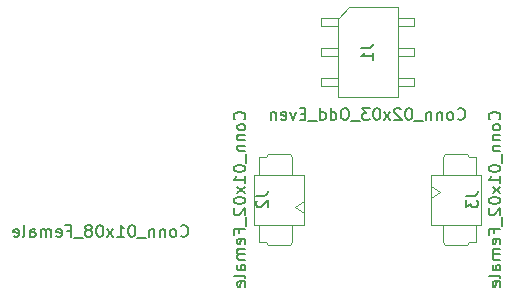
<source format=gbr>
%TF.GenerationSoftware,KiCad,Pcbnew,(5.1.5)-3*%
%TF.CreationDate,2020-05-31T21:19:38+02:00*%
%TF.ProjectId,speaker_grill,73706561-6b65-4725-9f67-72696c6c2e6b,rev?*%
%TF.SameCoordinates,PXbebc200PY5f5e100*%
%TF.FileFunction,Other,Fab,Bot*%
%FSLAX46Y46*%
G04 Gerber Fmt 4.6, Leading zero omitted, Abs format (unit mm)*
G04 Created by KiCad (PCBNEW (5.1.5)-3) date 2020-05-31 21:19:38*
%MOMM*%
%LPD*%
G04 APERTURE LIST*
%ADD10C,0.100000*%
%ADD11C,0.150000*%
G04 APERTURE END LIST*
D10*
%TO.C,J3*%
X-43892893Y21625000D02*
X-44600000Y21125000D01*
X-44600000Y22125000D02*
X-43892893Y21625000D01*
X-40800000Y17375000D02*
X-40800000Y18875000D01*
X-41400000Y17375000D02*
X-40800000Y17375000D01*
X-41600000Y17175000D02*
X-41400000Y17375000D01*
X-43400000Y17175000D02*
X-41600000Y17175000D01*
X-43600000Y17375000D02*
X-43400000Y17175000D01*
X-43600000Y18875000D02*
X-43600000Y17375000D01*
X-40800000Y24625000D02*
X-40800000Y23125000D01*
X-41400000Y24625000D02*
X-40800000Y24625000D01*
X-41600000Y24825000D02*
X-41400000Y24625000D01*
X-43400000Y24825000D02*
X-41600000Y24825000D01*
X-43600000Y24625000D02*
X-43400000Y24825000D01*
X-43600000Y23125000D02*
X-43600000Y24625000D01*
X-44600000Y18875000D02*
X-40400000Y18875000D01*
X-44600000Y23125000D02*
X-40400000Y23125000D01*
X-40400000Y23125000D02*
X-40400000Y18875000D01*
X-44600000Y23125000D02*
X-44600000Y18875000D01*
%TO.C,J2*%
X-56107107Y20375000D02*
X-55400000Y20875000D01*
X-55400000Y19875000D02*
X-56107107Y20375000D01*
X-59200000Y24625000D02*
X-59200000Y23125000D01*
X-58600000Y24625000D02*
X-59200000Y24625000D01*
X-58400000Y24825000D02*
X-58600000Y24625000D01*
X-56600000Y24825000D02*
X-58400000Y24825000D01*
X-56400000Y24625000D02*
X-56600000Y24825000D01*
X-56400000Y23125000D02*
X-56400000Y24625000D01*
X-59200000Y17375000D02*
X-59200000Y18875000D01*
X-58600000Y17375000D02*
X-59200000Y17375000D01*
X-58400000Y17175000D02*
X-58600000Y17375000D01*
X-56600000Y17175000D02*
X-58400000Y17175000D01*
X-56400000Y17375000D02*
X-56600000Y17175000D01*
X-56400000Y18875000D02*
X-56400000Y17375000D01*
X-55400000Y23125000D02*
X-59600000Y23125000D01*
X-55400000Y18875000D02*
X-59600000Y18875000D01*
X-59600000Y18875000D02*
X-59600000Y23125000D01*
X-55400000Y18875000D02*
X-55400000Y23125000D01*
%TO.C,J1*%
X-53920000Y30640000D02*
X-52540000Y30640000D01*
X-53920000Y31280000D02*
X-53920000Y30640000D01*
X-52540000Y31280000D02*
X-53920000Y31280000D01*
X-46080000Y30640000D02*
X-46080000Y31280000D01*
X-47460000Y30640000D02*
X-46080000Y30640000D01*
X-46080000Y31280000D02*
X-47460000Y31280000D01*
X-53920000Y33180000D02*
X-52540000Y33180000D01*
X-53920000Y33820000D02*
X-53920000Y33180000D01*
X-52540000Y33820000D02*
X-53920000Y33820000D01*
X-46080000Y33180000D02*
X-46080000Y33820000D01*
X-47460000Y33180000D02*
X-46080000Y33180000D01*
X-46080000Y33820000D02*
X-47460000Y33820000D01*
X-53920000Y35720000D02*
X-52540000Y35720000D01*
X-53920000Y36360000D02*
X-53920000Y35720000D01*
X-52540000Y36360000D02*
X-53920000Y36360000D01*
X-46080000Y35720000D02*
X-46080000Y36360000D01*
X-47460000Y35720000D02*
X-46080000Y35720000D01*
X-46080000Y36360000D02*
X-47460000Y36360000D01*
X-47460000Y29690000D02*
X-47460000Y37310000D01*
X-52540000Y29690000D02*
X-47460000Y29690000D01*
X-52540000Y36310000D02*
X-52540000Y29690000D01*
X-51540000Y37310000D02*
X-52540000Y36310000D01*
X-47460000Y37310000D02*
X-51540000Y37310000D01*
%TD*%
%TO.C,J4*%
D11*
X-65814286Y17942858D02*
X-65766667Y17895239D01*
X-65623810Y17847620D01*
X-65528572Y17847620D01*
X-65385715Y17895239D01*
X-65290477Y17990477D01*
X-65242858Y18085715D01*
X-65195239Y18276191D01*
X-65195239Y18419048D01*
X-65242858Y18609524D01*
X-65290477Y18704762D01*
X-65385715Y18800000D01*
X-65528572Y18847620D01*
X-65623810Y18847620D01*
X-65766667Y18800000D01*
X-65814286Y18752381D01*
X-66385715Y17847620D02*
X-66290477Y17895239D01*
X-66242858Y17942858D01*
X-66195239Y18038096D01*
X-66195239Y18323810D01*
X-66242858Y18419048D01*
X-66290477Y18466667D01*
X-66385715Y18514286D01*
X-66528572Y18514286D01*
X-66623810Y18466667D01*
X-66671429Y18419048D01*
X-66719048Y18323810D01*
X-66719048Y18038096D01*
X-66671429Y17942858D01*
X-66623810Y17895239D01*
X-66528572Y17847620D01*
X-66385715Y17847620D01*
X-67147620Y18514286D02*
X-67147620Y17847620D01*
X-67147620Y18419048D02*
X-67195239Y18466667D01*
X-67290477Y18514286D01*
X-67433334Y18514286D01*
X-67528572Y18466667D01*
X-67576191Y18371429D01*
X-67576191Y17847620D01*
X-68052381Y18514286D02*
X-68052381Y17847620D01*
X-68052381Y18419048D02*
X-68100000Y18466667D01*
X-68195239Y18514286D01*
X-68338096Y18514286D01*
X-68433334Y18466667D01*
X-68480953Y18371429D01*
X-68480953Y17847620D01*
X-68719048Y17752381D02*
X-69480953Y17752381D01*
X-69909524Y18847620D02*
X-70004762Y18847620D01*
X-70100000Y18800000D01*
X-70147620Y18752381D01*
X-70195239Y18657143D01*
X-70242858Y18466667D01*
X-70242858Y18228572D01*
X-70195239Y18038096D01*
X-70147620Y17942858D01*
X-70100000Y17895239D01*
X-70004762Y17847620D01*
X-69909524Y17847620D01*
X-69814286Y17895239D01*
X-69766667Y17942858D01*
X-69719048Y18038096D01*
X-69671429Y18228572D01*
X-69671429Y18466667D01*
X-69719048Y18657143D01*
X-69766667Y18752381D01*
X-69814286Y18800000D01*
X-69909524Y18847620D01*
X-71195239Y17847620D02*
X-70623810Y17847620D01*
X-70909524Y17847620D02*
X-70909524Y18847620D01*
X-70814286Y18704762D01*
X-70719048Y18609524D01*
X-70623810Y18561905D01*
X-71528572Y17847620D02*
X-72052381Y18514286D01*
X-71528572Y18514286D02*
X-72052381Y17847620D01*
X-72623810Y18847620D02*
X-72719048Y18847620D01*
X-72814286Y18800000D01*
X-72861905Y18752381D01*
X-72909524Y18657143D01*
X-72957143Y18466667D01*
X-72957143Y18228572D01*
X-72909524Y18038096D01*
X-72861905Y17942858D01*
X-72814286Y17895239D01*
X-72719048Y17847620D01*
X-72623810Y17847620D01*
X-72528572Y17895239D01*
X-72480953Y17942858D01*
X-72433334Y18038096D01*
X-72385715Y18228572D01*
X-72385715Y18466667D01*
X-72433334Y18657143D01*
X-72480953Y18752381D01*
X-72528572Y18800000D01*
X-72623810Y18847620D01*
X-73528572Y18419048D02*
X-73433334Y18466667D01*
X-73385715Y18514286D01*
X-73338096Y18609524D01*
X-73338096Y18657143D01*
X-73385715Y18752381D01*
X-73433334Y18800000D01*
X-73528572Y18847620D01*
X-73719048Y18847620D01*
X-73814286Y18800000D01*
X-73861905Y18752381D01*
X-73909524Y18657143D01*
X-73909524Y18609524D01*
X-73861905Y18514286D01*
X-73814286Y18466667D01*
X-73719048Y18419048D01*
X-73528572Y18419048D01*
X-73433334Y18371429D01*
X-73385715Y18323810D01*
X-73338096Y18228572D01*
X-73338096Y18038096D01*
X-73385715Y17942858D01*
X-73433334Y17895239D01*
X-73528572Y17847620D01*
X-73719048Y17847620D01*
X-73814286Y17895239D01*
X-73861905Y17942858D01*
X-73909524Y18038096D01*
X-73909524Y18228572D01*
X-73861905Y18323810D01*
X-73814286Y18371429D01*
X-73719048Y18419048D01*
X-74100000Y17752381D02*
X-74861905Y17752381D01*
X-75433334Y18371429D02*
X-75100000Y18371429D01*
X-75100000Y17847620D02*
X-75100000Y18847620D01*
X-75576191Y18847620D01*
X-76338096Y17895239D02*
X-76242858Y17847620D01*
X-76052381Y17847620D01*
X-75957143Y17895239D01*
X-75909524Y17990477D01*
X-75909524Y18371429D01*
X-75957143Y18466667D01*
X-76052381Y18514286D01*
X-76242858Y18514286D01*
X-76338096Y18466667D01*
X-76385715Y18371429D01*
X-76385715Y18276191D01*
X-75909524Y18180953D01*
X-76814286Y17847620D02*
X-76814286Y18514286D01*
X-76814286Y18419048D02*
X-76861905Y18466667D01*
X-76957143Y18514286D01*
X-77100000Y18514286D01*
X-77195239Y18466667D01*
X-77242858Y18371429D01*
X-77242858Y17847620D01*
X-77242858Y18371429D02*
X-77290477Y18466667D01*
X-77385715Y18514286D01*
X-77528572Y18514286D01*
X-77623810Y18466667D01*
X-77671429Y18371429D01*
X-77671429Y17847620D01*
X-78576191Y17847620D02*
X-78576191Y18371429D01*
X-78528572Y18466667D01*
X-78433334Y18514286D01*
X-78242858Y18514286D01*
X-78147620Y18466667D01*
X-78576191Y17895239D02*
X-78480953Y17847620D01*
X-78242858Y17847620D01*
X-78147620Y17895239D01*
X-78100000Y17990477D01*
X-78100000Y18085715D01*
X-78147620Y18180953D01*
X-78242858Y18228572D01*
X-78480953Y18228572D01*
X-78576191Y18276191D01*
X-79195239Y17847620D02*
X-79100000Y17895239D01*
X-79052381Y17990477D01*
X-79052381Y18847620D01*
X-79957143Y17895239D02*
X-79861905Y17847620D01*
X-79671429Y17847620D01*
X-79576191Y17895239D01*
X-79528572Y17990477D01*
X-79528572Y18371429D01*
X-79576191Y18466667D01*
X-79671429Y18514286D01*
X-79861905Y18514286D01*
X-79957143Y18466667D01*
X-80004762Y18371429D01*
X-80004762Y18276191D01*
X-79528572Y18180953D01*
%TO.C,J3*%
X-38842858Y27785715D02*
X-38795239Y27833334D01*
X-38747620Y27976191D01*
X-38747620Y28071429D01*
X-38795239Y28214286D01*
X-38890477Y28309524D01*
X-38985715Y28357143D01*
X-39176191Y28404762D01*
X-39319048Y28404762D01*
X-39509524Y28357143D01*
X-39604762Y28309524D01*
X-39700000Y28214286D01*
X-39747620Y28071429D01*
X-39747620Y27976191D01*
X-39700000Y27833334D01*
X-39652381Y27785715D01*
X-38747620Y27214286D02*
X-38795239Y27309524D01*
X-38842858Y27357143D01*
X-38938096Y27404762D01*
X-39223810Y27404762D01*
X-39319048Y27357143D01*
X-39366667Y27309524D01*
X-39414286Y27214286D01*
X-39414286Y27071429D01*
X-39366667Y26976191D01*
X-39319048Y26928572D01*
X-39223810Y26880953D01*
X-38938096Y26880953D01*
X-38842858Y26928572D01*
X-38795239Y26976191D01*
X-38747620Y27071429D01*
X-38747620Y27214286D01*
X-39414286Y26452381D02*
X-38747620Y26452381D01*
X-39319048Y26452381D02*
X-39366667Y26404762D01*
X-39414286Y26309524D01*
X-39414286Y26166667D01*
X-39366667Y26071429D01*
X-39271429Y26023810D01*
X-38747620Y26023810D01*
X-39414286Y25547620D02*
X-38747620Y25547620D01*
X-39319048Y25547620D02*
X-39366667Y25500000D01*
X-39414286Y25404762D01*
X-39414286Y25261905D01*
X-39366667Y25166667D01*
X-39271429Y25119048D01*
X-38747620Y25119048D01*
X-38652381Y24880953D02*
X-38652381Y24119048D01*
X-39747620Y23690477D02*
X-39747620Y23595239D01*
X-39700000Y23500000D01*
X-39652381Y23452381D01*
X-39557143Y23404762D01*
X-39366667Y23357143D01*
X-39128572Y23357143D01*
X-38938096Y23404762D01*
X-38842858Y23452381D01*
X-38795239Y23500000D01*
X-38747620Y23595239D01*
X-38747620Y23690477D01*
X-38795239Y23785715D01*
X-38842858Y23833334D01*
X-38938096Y23880953D01*
X-39128572Y23928572D01*
X-39366667Y23928572D01*
X-39557143Y23880953D01*
X-39652381Y23833334D01*
X-39700000Y23785715D01*
X-39747620Y23690477D01*
X-38747620Y22404762D02*
X-38747620Y22976191D01*
X-38747620Y22690477D02*
X-39747620Y22690477D01*
X-39604762Y22785715D01*
X-39509524Y22880953D01*
X-39461905Y22976191D01*
X-38747620Y22071429D02*
X-39414286Y21547620D01*
X-39414286Y22071429D02*
X-38747620Y21547620D01*
X-39747620Y20976191D02*
X-39747620Y20880953D01*
X-39700000Y20785715D01*
X-39652381Y20738096D01*
X-39557143Y20690477D01*
X-39366667Y20642858D01*
X-39128572Y20642858D01*
X-38938096Y20690477D01*
X-38842858Y20738096D01*
X-38795239Y20785715D01*
X-38747620Y20880953D01*
X-38747620Y20976191D01*
X-38795239Y21071429D01*
X-38842858Y21119048D01*
X-38938096Y21166667D01*
X-39128572Y21214286D01*
X-39366667Y21214286D01*
X-39557143Y21166667D01*
X-39652381Y21119048D01*
X-39700000Y21071429D01*
X-39747620Y20976191D01*
X-39652381Y20261905D02*
X-39700000Y20214286D01*
X-39747620Y20119048D01*
X-39747620Y19880953D01*
X-39700000Y19785715D01*
X-39652381Y19738096D01*
X-39557143Y19690477D01*
X-39461905Y19690477D01*
X-39319048Y19738096D01*
X-38747620Y20309524D01*
X-38747620Y19690477D01*
X-38652381Y19500000D02*
X-38652381Y18738096D01*
X-39271429Y18166667D02*
X-39271429Y18500000D01*
X-38747620Y18500000D02*
X-39747620Y18500000D01*
X-39747620Y18023810D01*
X-38795239Y17261905D02*
X-38747620Y17357143D01*
X-38747620Y17547620D01*
X-38795239Y17642858D01*
X-38890477Y17690477D01*
X-39271429Y17690477D01*
X-39366667Y17642858D01*
X-39414286Y17547620D01*
X-39414286Y17357143D01*
X-39366667Y17261905D01*
X-39271429Y17214286D01*
X-39176191Y17214286D01*
X-39080953Y17690477D01*
X-38747620Y16785715D02*
X-39414286Y16785715D01*
X-39319048Y16785715D02*
X-39366667Y16738096D01*
X-39414286Y16642858D01*
X-39414286Y16500000D01*
X-39366667Y16404762D01*
X-39271429Y16357143D01*
X-38747620Y16357143D01*
X-39271429Y16357143D02*
X-39366667Y16309524D01*
X-39414286Y16214286D01*
X-39414286Y16071429D01*
X-39366667Y15976191D01*
X-39271429Y15928572D01*
X-38747620Y15928572D01*
X-38747620Y15023810D02*
X-39271429Y15023810D01*
X-39366667Y15071429D01*
X-39414286Y15166667D01*
X-39414286Y15357143D01*
X-39366667Y15452381D01*
X-38795239Y15023810D02*
X-38747620Y15119048D01*
X-38747620Y15357143D01*
X-38795239Y15452381D01*
X-38890477Y15500000D01*
X-38985715Y15500000D01*
X-39080953Y15452381D01*
X-39128572Y15357143D01*
X-39128572Y15119048D01*
X-39176191Y15023810D01*
X-38747620Y14404762D02*
X-38795239Y14500000D01*
X-38890477Y14547620D01*
X-39747620Y14547620D01*
X-38795239Y13642858D02*
X-38747620Y13738096D01*
X-38747620Y13928572D01*
X-38795239Y14023810D01*
X-38890477Y14071429D01*
X-39271429Y14071429D01*
X-39366667Y14023810D01*
X-39414286Y13928572D01*
X-39414286Y13738096D01*
X-39366667Y13642858D01*
X-39271429Y13595239D01*
X-39176191Y13595239D01*
X-39080953Y14071429D01*
X-41647620Y21333334D02*
X-40933334Y21333334D01*
X-40790477Y21380953D01*
X-40695239Y21476191D01*
X-40647620Y21619048D01*
X-40647620Y21714286D01*
X-41647620Y20952381D02*
X-41647620Y20333334D01*
X-41266667Y20666667D01*
X-41266667Y20523810D01*
X-41219048Y20428572D01*
X-41171429Y20380953D01*
X-41076191Y20333334D01*
X-40838096Y20333334D01*
X-40742858Y20380953D01*
X-40695239Y20428572D01*
X-40647620Y20523810D01*
X-40647620Y20809524D01*
X-40695239Y20904762D01*
X-40742858Y20952381D01*
%TO.C,J2*%
X-60442858Y27785715D02*
X-60395239Y27833334D01*
X-60347620Y27976191D01*
X-60347620Y28071429D01*
X-60395239Y28214286D01*
X-60490477Y28309524D01*
X-60585715Y28357143D01*
X-60776191Y28404762D01*
X-60919048Y28404762D01*
X-61109524Y28357143D01*
X-61204762Y28309524D01*
X-61300000Y28214286D01*
X-61347620Y28071429D01*
X-61347620Y27976191D01*
X-61300000Y27833334D01*
X-61252381Y27785715D01*
X-60347620Y27214286D02*
X-60395239Y27309524D01*
X-60442858Y27357143D01*
X-60538096Y27404762D01*
X-60823810Y27404762D01*
X-60919048Y27357143D01*
X-60966667Y27309524D01*
X-61014286Y27214286D01*
X-61014286Y27071429D01*
X-60966667Y26976191D01*
X-60919048Y26928572D01*
X-60823810Y26880953D01*
X-60538096Y26880953D01*
X-60442858Y26928572D01*
X-60395239Y26976191D01*
X-60347620Y27071429D01*
X-60347620Y27214286D01*
X-61014286Y26452381D02*
X-60347620Y26452381D01*
X-60919048Y26452381D02*
X-60966667Y26404762D01*
X-61014286Y26309524D01*
X-61014286Y26166667D01*
X-60966667Y26071429D01*
X-60871429Y26023810D01*
X-60347620Y26023810D01*
X-61014286Y25547620D02*
X-60347620Y25547620D01*
X-60919048Y25547620D02*
X-60966667Y25500000D01*
X-61014286Y25404762D01*
X-61014286Y25261905D01*
X-60966667Y25166667D01*
X-60871429Y25119048D01*
X-60347620Y25119048D01*
X-60252381Y24880953D02*
X-60252381Y24119048D01*
X-61347620Y23690477D02*
X-61347620Y23595239D01*
X-61300000Y23500000D01*
X-61252381Y23452381D01*
X-61157143Y23404762D01*
X-60966667Y23357143D01*
X-60728572Y23357143D01*
X-60538096Y23404762D01*
X-60442858Y23452381D01*
X-60395239Y23500000D01*
X-60347620Y23595239D01*
X-60347620Y23690477D01*
X-60395239Y23785715D01*
X-60442858Y23833334D01*
X-60538096Y23880953D01*
X-60728572Y23928572D01*
X-60966667Y23928572D01*
X-61157143Y23880953D01*
X-61252381Y23833334D01*
X-61300000Y23785715D01*
X-61347620Y23690477D01*
X-60347620Y22404762D02*
X-60347620Y22976191D01*
X-60347620Y22690477D02*
X-61347620Y22690477D01*
X-61204762Y22785715D01*
X-61109524Y22880953D01*
X-61061905Y22976191D01*
X-60347620Y22071429D02*
X-61014286Y21547620D01*
X-61014286Y22071429D02*
X-60347620Y21547620D01*
X-61347620Y20976191D02*
X-61347620Y20880953D01*
X-61300000Y20785715D01*
X-61252381Y20738096D01*
X-61157143Y20690477D01*
X-60966667Y20642858D01*
X-60728572Y20642858D01*
X-60538096Y20690477D01*
X-60442858Y20738096D01*
X-60395239Y20785715D01*
X-60347620Y20880953D01*
X-60347620Y20976191D01*
X-60395239Y21071429D01*
X-60442858Y21119048D01*
X-60538096Y21166667D01*
X-60728572Y21214286D01*
X-60966667Y21214286D01*
X-61157143Y21166667D01*
X-61252381Y21119048D01*
X-61300000Y21071429D01*
X-61347620Y20976191D01*
X-61252381Y20261905D02*
X-61300000Y20214286D01*
X-61347620Y20119048D01*
X-61347620Y19880953D01*
X-61300000Y19785715D01*
X-61252381Y19738096D01*
X-61157143Y19690477D01*
X-61061905Y19690477D01*
X-60919048Y19738096D01*
X-60347620Y20309524D01*
X-60347620Y19690477D01*
X-60252381Y19500000D02*
X-60252381Y18738096D01*
X-60871429Y18166667D02*
X-60871429Y18500000D01*
X-60347620Y18500000D02*
X-61347620Y18500000D01*
X-61347620Y18023810D01*
X-60395239Y17261905D02*
X-60347620Y17357143D01*
X-60347620Y17547620D01*
X-60395239Y17642858D01*
X-60490477Y17690477D01*
X-60871429Y17690477D01*
X-60966667Y17642858D01*
X-61014286Y17547620D01*
X-61014286Y17357143D01*
X-60966667Y17261905D01*
X-60871429Y17214286D01*
X-60776191Y17214286D01*
X-60680953Y17690477D01*
X-60347620Y16785715D02*
X-61014286Y16785715D01*
X-60919048Y16785715D02*
X-60966667Y16738096D01*
X-61014286Y16642858D01*
X-61014286Y16500000D01*
X-60966667Y16404762D01*
X-60871429Y16357143D01*
X-60347620Y16357143D01*
X-60871429Y16357143D02*
X-60966667Y16309524D01*
X-61014286Y16214286D01*
X-61014286Y16071429D01*
X-60966667Y15976191D01*
X-60871429Y15928572D01*
X-60347620Y15928572D01*
X-60347620Y15023810D02*
X-60871429Y15023810D01*
X-60966667Y15071429D01*
X-61014286Y15166667D01*
X-61014286Y15357143D01*
X-60966667Y15452381D01*
X-60395239Y15023810D02*
X-60347620Y15119048D01*
X-60347620Y15357143D01*
X-60395239Y15452381D01*
X-60490477Y15500001D01*
X-60585715Y15500001D01*
X-60680953Y15452381D01*
X-60728572Y15357143D01*
X-60728572Y15119048D01*
X-60776191Y15023810D01*
X-60347620Y14404762D02*
X-60395239Y14500001D01*
X-60490477Y14547620D01*
X-61347620Y14547620D01*
X-60395239Y13642858D02*
X-60347620Y13738096D01*
X-60347620Y13928572D01*
X-60395239Y14023810D01*
X-60490477Y14071429D01*
X-60871429Y14071429D01*
X-60966667Y14023810D01*
X-61014286Y13928572D01*
X-61014286Y13738096D01*
X-60966667Y13642858D01*
X-60871429Y13595239D01*
X-60776191Y13595239D01*
X-60680953Y14071429D01*
X-59447620Y21333334D02*
X-58733334Y21333334D01*
X-58590477Y21380953D01*
X-58495239Y21476191D01*
X-58447620Y21619048D01*
X-58447620Y21714286D01*
X-59352381Y20904762D02*
X-59400000Y20857143D01*
X-59447620Y20761905D01*
X-59447620Y20523810D01*
X-59400000Y20428572D01*
X-59352381Y20380953D01*
X-59257143Y20333334D01*
X-59161905Y20333334D01*
X-59019048Y20380953D01*
X-58447620Y20952381D01*
X-58447620Y20333334D01*
%TO.C,J1*%
X-42357143Y27832858D02*
X-42309524Y27785239D01*
X-42166667Y27737620D01*
X-42071429Y27737620D01*
X-41928572Y27785239D01*
X-41833334Y27880477D01*
X-41785715Y27975715D01*
X-41738096Y28166191D01*
X-41738096Y28309048D01*
X-41785715Y28499524D01*
X-41833334Y28594762D01*
X-41928572Y28690000D01*
X-42071429Y28737620D01*
X-42166667Y28737620D01*
X-42309524Y28690000D01*
X-42357143Y28642381D01*
X-42928572Y27737620D02*
X-42833334Y27785239D01*
X-42785715Y27832858D01*
X-42738096Y27928096D01*
X-42738096Y28213810D01*
X-42785715Y28309048D01*
X-42833334Y28356667D01*
X-42928572Y28404286D01*
X-43071429Y28404286D01*
X-43166667Y28356667D01*
X-43214286Y28309048D01*
X-43261905Y28213810D01*
X-43261905Y27928096D01*
X-43214286Y27832858D01*
X-43166667Y27785239D01*
X-43071429Y27737620D01*
X-42928572Y27737620D01*
X-43690477Y28404286D02*
X-43690477Y27737620D01*
X-43690477Y28309048D02*
X-43738096Y28356667D01*
X-43833334Y28404286D01*
X-43976191Y28404286D01*
X-44071429Y28356667D01*
X-44119048Y28261429D01*
X-44119048Y27737620D01*
X-44595239Y28404286D02*
X-44595239Y27737620D01*
X-44595239Y28309048D02*
X-44642858Y28356667D01*
X-44738096Y28404286D01*
X-44880953Y28404286D01*
X-44976191Y28356667D01*
X-45023810Y28261429D01*
X-45023810Y27737620D01*
X-45261905Y27642381D02*
X-46023810Y27642381D01*
X-46452381Y28737620D02*
X-46547620Y28737620D01*
X-46642858Y28690000D01*
X-46690477Y28642381D01*
X-46738096Y28547143D01*
X-46785715Y28356667D01*
X-46785715Y28118572D01*
X-46738096Y27928096D01*
X-46690477Y27832858D01*
X-46642858Y27785239D01*
X-46547620Y27737620D01*
X-46452381Y27737620D01*
X-46357143Y27785239D01*
X-46309524Y27832858D01*
X-46261905Y27928096D01*
X-46214286Y28118572D01*
X-46214286Y28356667D01*
X-46261905Y28547143D01*
X-46309524Y28642381D01*
X-46357143Y28690000D01*
X-46452381Y28737620D01*
X-47166667Y28642381D02*
X-47214286Y28690000D01*
X-47309524Y28737620D01*
X-47547620Y28737620D01*
X-47642858Y28690000D01*
X-47690477Y28642381D01*
X-47738096Y28547143D01*
X-47738096Y28451905D01*
X-47690477Y28309048D01*
X-47119048Y27737620D01*
X-47738096Y27737620D01*
X-48071429Y27737620D02*
X-48595239Y28404286D01*
X-48071429Y28404286D02*
X-48595239Y27737620D01*
X-49166667Y28737620D02*
X-49261905Y28737620D01*
X-49357143Y28690000D01*
X-49404762Y28642381D01*
X-49452381Y28547143D01*
X-49500000Y28356667D01*
X-49500000Y28118572D01*
X-49452381Y27928096D01*
X-49404762Y27832858D01*
X-49357143Y27785239D01*
X-49261905Y27737620D01*
X-49166667Y27737620D01*
X-49071429Y27785239D01*
X-49023810Y27832858D01*
X-48976191Y27928096D01*
X-48928572Y28118572D01*
X-48928572Y28356667D01*
X-48976191Y28547143D01*
X-49023810Y28642381D01*
X-49071429Y28690000D01*
X-49166667Y28737620D01*
X-49833334Y28737620D02*
X-50452381Y28737620D01*
X-50119048Y28356667D01*
X-50261905Y28356667D01*
X-50357143Y28309048D01*
X-50404762Y28261429D01*
X-50452381Y28166191D01*
X-50452381Y27928096D01*
X-50404762Y27832858D01*
X-50357143Y27785239D01*
X-50261905Y27737620D01*
X-49976191Y27737620D01*
X-49880953Y27785239D01*
X-49833334Y27832858D01*
X-50642858Y27642381D02*
X-51404762Y27642381D01*
X-51833334Y28737620D02*
X-52023810Y28737620D01*
X-52119048Y28690000D01*
X-52214286Y28594762D01*
X-52261905Y28404286D01*
X-52261905Y28070953D01*
X-52214286Y27880477D01*
X-52119048Y27785239D01*
X-52023810Y27737620D01*
X-51833334Y27737620D01*
X-51738096Y27785239D01*
X-51642858Y27880477D01*
X-51595239Y28070953D01*
X-51595239Y28404286D01*
X-51642858Y28594762D01*
X-51738096Y28690000D01*
X-51833334Y28737620D01*
X-53119048Y27737620D02*
X-53119048Y28737620D01*
X-53119048Y27785239D02*
X-53023810Y27737620D01*
X-52833334Y27737620D01*
X-52738096Y27785239D01*
X-52690477Y27832858D01*
X-52642858Y27928096D01*
X-52642858Y28213810D01*
X-52690477Y28309048D01*
X-52738096Y28356667D01*
X-52833334Y28404286D01*
X-53023810Y28404286D01*
X-53119048Y28356667D01*
X-54023810Y27737620D02*
X-54023810Y28737620D01*
X-54023810Y27785239D02*
X-53928572Y27737620D01*
X-53738096Y27737620D01*
X-53642858Y27785239D01*
X-53595239Y27832858D01*
X-53547620Y27928096D01*
X-53547620Y28213810D01*
X-53595239Y28309048D01*
X-53642858Y28356667D01*
X-53738096Y28404286D01*
X-53928572Y28404286D01*
X-54023810Y28356667D01*
X-54261905Y27642381D02*
X-55023810Y27642381D01*
X-55261905Y28261429D02*
X-55595239Y28261429D01*
X-55738096Y27737620D02*
X-55261905Y27737620D01*
X-55261905Y28737620D01*
X-55738096Y28737620D01*
X-56071429Y28404286D02*
X-56309524Y27737620D01*
X-56547620Y28404286D01*
X-57309524Y27785239D02*
X-57214286Y27737620D01*
X-57023810Y27737620D01*
X-56928572Y27785239D01*
X-56880953Y27880477D01*
X-56880953Y28261429D01*
X-56928572Y28356667D01*
X-57023810Y28404286D01*
X-57214286Y28404286D01*
X-57309524Y28356667D01*
X-57357143Y28261429D01*
X-57357143Y28166191D01*
X-56880953Y28070953D01*
X-57785715Y28404286D02*
X-57785715Y27737620D01*
X-57785715Y28309048D02*
X-57833334Y28356667D01*
X-57928572Y28404286D01*
X-58071429Y28404286D01*
X-58166667Y28356667D01*
X-58214286Y28261429D01*
X-58214286Y27737620D01*
X-50547620Y33833334D02*
X-49833334Y33833334D01*
X-49690477Y33880953D01*
X-49595239Y33976191D01*
X-49547620Y34119048D01*
X-49547620Y34214286D01*
X-49547620Y32833334D02*
X-49547620Y33404762D01*
X-49547620Y33119048D02*
X-50547620Y33119048D01*
X-50404762Y33214286D01*
X-50309524Y33309524D01*
X-50261905Y33404762D01*
%TD*%
M02*

</source>
